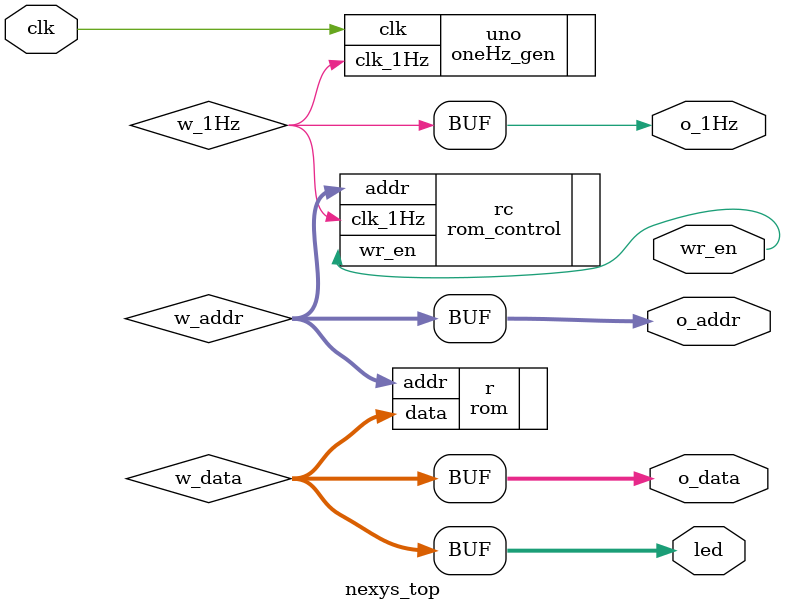
<source format=v>
`timescale 1ns / 1ps


module nexys_top(
    input clk,              // 100MHz from Nexys
    output o_1Hz,           // to Basys ram
    output [3:0] o_data,    // to Basys ram
    output wr_en,           // to Basys ram
    output [3:0] o_addr,    // to Basys ram
    output [3:0] led        // 4 LEDs on Nexys, rom data out
    );
    
    wire w_1Hz;
    wire [3:0] w_addr;
    wire [3:0] w_data;
    
    rom r(.addr(w_addr), .data(w_data));
    rom_control rc(.clk_1Hz(w_1Hz), .addr(w_addr), .wr_en(wr_en));
    oneHz_gen uno(.clk(clk), .clk_1Hz(w_1Hz));
    
    assign o_addr = w_addr;
    assign o_data = w_data;
    assign led = w_data;
    assign o_1Hz = w_1Hz;
    
endmodule

</source>
